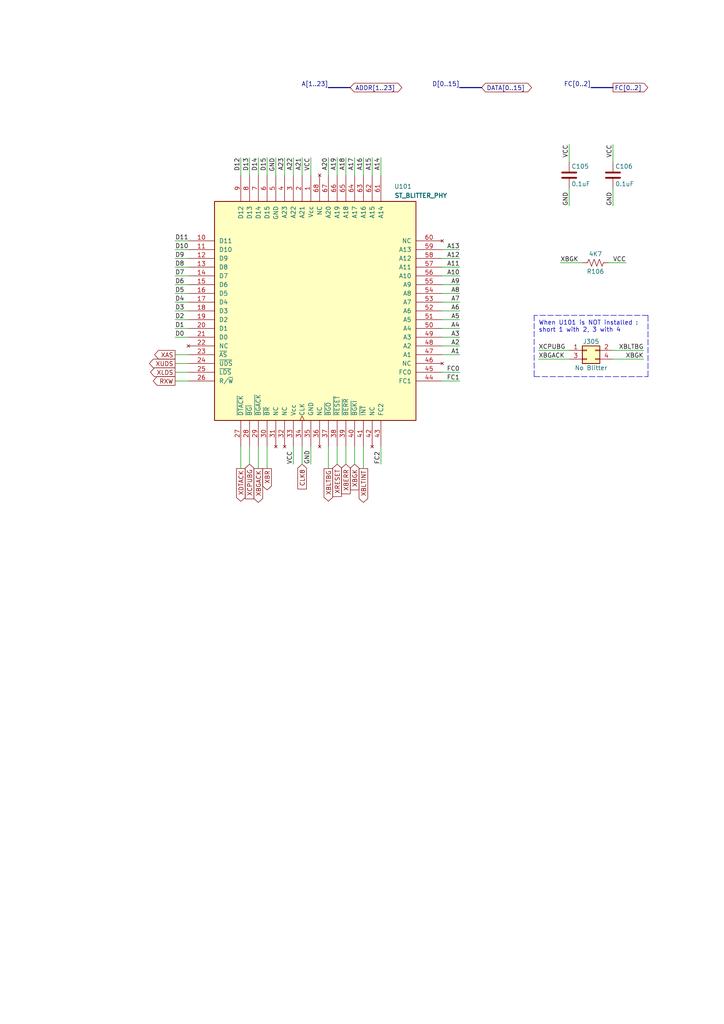
<source format=kicad_sch>
(kicad_sch (version 20211123) (generator eeschema)
  (paper "A4" portrait)
  (title_block (title "Converted schematics of Atari STE") (date "2022-07-13") (rev "mk0-0.1") (comment 2 "original repository : https://github.com/sporniket/reste-mignon") (comment 4 "A remake of the Atari STe with some fixes applied and a target size of 25×18cm (B5)"))
  (lib_symbols
    (symbol "Connector_Generic:Conn_02x02_Odd_Even" (pin_names (offset 1.016) hide)
      (property "Reference" "J" (at 1.27 2.54 0))
      (property "Value" "Conn_02x02_Odd_Even" (at 1.27 -5.08 0))
      (symbol "Conn_02x02_Odd_Even_1_1"
        (rectangle (start -1.27 -2.413) (end 0 -2.667) (stroke (width 0.1524)))
        (rectangle (start -1.27 0.127) (end 0 -0.127) (stroke (width 0.1524)))
        (rectangle (start -1.27 1.27) (end 3.81 -3.81) (stroke (width 0.254)) (fill (type background)))
        (rectangle (start 3.81 -2.413) (end 2.54 -2.667) (stroke (width 0.1524)))
        (rectangle (start 3.81 0.127) (end 2.54 -0.127) (stroke (width 0.1524)))
        (pin passive line (at -5.08 0 0) (length 3.81) (name "Pin_1") (number "1"))
        (pin passive line (at 7.62 0 180) (length 3.81) (name "Pin_2") (number "2"))
        (pin passive line (at -5.08 -2.54 0) (length 3.81) (name "Pin_3") (number "3"))
        (pin passive line (at 7.62 -2.54 180) (length 3.81) (name "Pin_4") (number "4"))
      )
    )
    (symbol "Device:C" (pin_numbers hide) (pin_names (offset 0.254))
      (property "Reference" "C" (at 0.635 2.54 0))
      (property "Value" "C" (at 0.635 -2.54 0))
      (symbol "C_0_1"
        (polyline (pts (xy -2.032 -0.762) (xy 2.032 -0.762)) (stroke (width 0.508)))
        (polyline (pts (xy -2.032 0.762) (xy 2.032 0.762)) (stroke (width 0.508)))
      )
      (symbol "C_1_1"
        (pin passive line (at 0 3.81 270) (length 2.794) (name "~") (number "1"))
        (pin passive line (at 0 -3.81 90) (length 2.794) (name "~") (number "2"))
      )
    )
    (symbol "Device:R_US" (pin_numbers hide) (pin_names (offset 0))
      (property "Reference" "R" (at 2.54 0 90))
      (property "Value" "R_US" (at -2.54 0 90))
      (symbol "R_US_0_1"
        (polyline (pts (xy 0 -2.286) (xy 0 -2.54)))
        (polyline (pts (xy 0 2.286) (xy 0 2.54)))
        (polyline (pts (xy 0 -0.762) (xy 1.016 -1.143) (xy 0 -1.524) (xy -1.016 -1.905) (xy 0 -2.286)))
        (polyline (pts (xy 0 0.762) (xy 1.016 0.381) (xy 0 0) (xy -1.016 -0.381) (xy 0 -0.762)))
        (polyline (pts (xy 0 2.286) (xy 1.016 1.905) (xy 0 1.524) (xy -1.016 1.143) (xy 0 0.762)))
      )
      (symbol "R_US_1_1"
        (pin passive line (at 0 3.81 270) (length 1.27) (name "~") (number "1"))
        (pin passive line (at 0 -3.81 90) (length 1.27) (name "~") (number "2"))
      )
    )
    (symbol "st_blitter:ST_BLITTER_PHY" (pin_names (offset 1.27))
      (property "Reference" "U" (at 22.86 36.83 0))
      (property "Value" "ST_BLITTER_PHY" (at 22.86 34.29 0))
      (symbol "ST_BLITTER_PHY_0_0"
        (rectangle (start -29.21 31.75) (end 29.21 -31.75) (stroke (width 0.254)) (fill (type background)))
        (pin power_in line (at -1.27 39.37 270) (length 7.62) (name "Vcc") (number "1"))
        (pin bidirectional line (at -36.83 20.32 0) (length 7.62) (name "D11") (number "10"))
        (pin bidirectional line (at -36.83 17.78 0) (length 7.62) (name "D10") (number "11"))
        (pin bidirectional line (at -36.83 15.24 0) (length 7.62) (name "D9") (number "12"))
        (pin bidirectional line (at -36.83 12.7 0) (length 7.62) (name "D8") (number "13"))
        (pin bidirectional line (at -36.83 10.16 0) (length 7.62) (name "D7") (number "14"))
        (pin bidirectional line (at -36.83 7.62 0) (length 7.62) (name "D6") (number "15"))
        (pin bidirectional line (at -36.83 5.08 0) (length 7.62) (name "D5") (number "16"))
        (pin bidirectional line (at -36.83 2.54 0) (length 7.62) (name "D4") (number "17"))
        (pin bidirectional line (at -36.83 0 0) (length 7.62) (name "D3") (number "18"))
        (pin bidirectional line (at -36.83 -2.54 0) (length 7.62) (name "D2") (number "19"))
        (pin bidirectional line (at -3.81 39.37 270) (length 7.62) (name "A21") (number "2"))
        (pin bidirectional line (at -36.83 -5.08 0) (length 7.62) (name "D1") (number "20"))
        (pin bidirectional line (at -36.83 -7.62 0) (length 7.62) (name "D0") (number "21"))
        (pin no_connect line (at -36.83 -10.16 0) (length 7.62) (name "NC") (number "22"))
        (pin tri_state line (at -36.83 -12.7 0) (length 7.62) (name "~{AS}") (number "23"))
        (pin tri_state line (at -36.83 -15.24 0) (length 7.62) (name "~{UDS}") (number "24"))
        (pin tri_state line (at -36.83 -17.78 0) (length 7.62) (name "~{LDS}") (number "25"))
        (pin tri_state line (at -36.83 -20.32 0) (length 7.62) (name "R/~{W}") (number "26"))
        (pin tri_state line (at -21.59 -39.37 90) (length 7.62) (name "~{DTACK}") (number "27"))
        (pin input line (at -19.05 -39.37 90) (length 7.62) (name "~{BGI}") (number "28"))
        (pin output line (at -16.51 -39.37 90) (length 7.62) (name "~{BGACK}") (number "29"))
        (pin bidirectional line (at -6.35 39.37 270) (length 7.62) (name "A22") (number "3"))
        (pin tri_state line (at -13.97 -39.37 90) (length 7.62) (name "~{BR}") (number "30"))
        (pin no_connect line (at -11.43 -39.37 90) (length 7.62) (name "NC") (number "31"))
        (pin no_connect line (at -8.89 -39.37 90) (length 7.62) (name "NC") (number "32"))
        (pin power_in line (at -6.35 -39.37 90) (length 7.62) (name "Vcc") (number "33"))
        (pin input clock (at -3.81 -39.37 90) (length 7.62) (name "CLK") (number "34"))
        (pin power_in line (at -1.27 -39.37 90) (length 7.62) (name "GND") (number "35"))
        (pin no_connect line (at 1.27 -39.37 90) (length 7.62) (name "NC") (number "36"))
        (pin output line (at 3.81 -39.37 90) (length 7.62) (name "~{BGO}") (number "37"))
        (pin input line (at 6.35 -39.37 90) (length 7.62) (name "~{RESET}") (number "38"))
        (pin bidirectional line (at 8.89 -39.37 90) (length 7.62) (name "~{BERR}") (number "39"))
        (pin bidirectional line (at -8.89 39.37 270) (length 7.62) (name "A23") (number "4"))
        (pin input line (at 11.43 -39.37 90) (length 7.62) (name "~{BGKI}") (number "40"))
        (pin output line (at 13.97 -39.37 90) (length 7.62) (name "~{INT}") (number "41"))
        (pin no_connect line (at 16.51 -39.37 90) (length 7.62) (name "NC") (number "42"))
        (pin tri_state line (at 19.05 -39.37 90) (length 7.62) (name "FC2") (number "43"))
        (pin tri_state line (at 36.83 -20.32 180) (length 7.62) (name "FC1") (number "44"))
        (pin tri_state line (at 36.83 -17.78 180) (length 7.62) (name "FC0") (number "45"))
        (pin no_connect line (at 36.83 -15.24 180) (length 7.62) (name "NC") (number "46"))
        (pin bidirectional line (at 36.83 -12.7 180) (length 7.62) (name "A1") (number "47"))
        (pin bidirectional line (at 36.83 -10.16 180) (length 7.62) (name "A2") (number "48"))
        (pin bidirectional line (at 36.83 -7.62 180) (length 7.62) (name "A3") (number "49"))
        (pin power_in line (at -11.43 39.37 270) (length 7.62) (name "GND") (number "5"))
        (pin bidirectional line (at 36.83 -5.08 180) (length 7.62) (name "A4") (number "50"))
        (pin bidirectional line (at 36.83 -2.54 180) (length 7.62) (name "A5") (number "51"))
        (pin bidirectional line (at 36.83 0 180) (length 7.62) (name "A6") (number "52"))
        (pin bidirectional line (at 36.83 2.54 180) (length 7.62) (name "A7") (number "53"))
        (pin bidirectional line (at 36.83 5.08 180) (length 7.62) (name "A8") (number "54"))
        (pin bidirectional line (at 36.83 7.62 180) (length 7.62) (name "A9") (number "55"))
        (pin bidirectional line (at 36.83 10.16 180) (length 7.62) (name "A10") (number "56"))
        (pin bidirectional line (at 36.83 12.7 180) (length 7.62) (name "A11") (number "57"))
        (pin bidirectional line (at 36.83 15.24 180) (length 7.62) (name "A12") (number "58"))
        (pin bidirectional line (at 36.83 17.78 180) (length 7.62) (name "A13") (number "59"))
        (pin bidirectional line (at -13.97 39.37 270) (length 7.62) (name "D15") (number "6"))
        (pin no_connect line (at 36.83 20.32 180) (length 7.62) (name "NC") (number "60"))
        (pin bidirectional line (at 19.05 39.37 270) (length 7.62) (name "A14") (number "61"))
        (pin bidirectional line (at 16.51 39.37 270) (length 7.62) (name "A15") (number "62"))
        (pin bidirectional line (at 13.97 39.37 270) (length 7.62) (name "A16") (number "63"))
        (pin bidirectional line (at 11.43 39.37 270) (length 7.62) (name "A17") (number "64"))
        (pin bidirectional line (at 8.89 39.37 270) (length 7.62) (name "A18") (number "65"))
        (pin bidirectional line (at 6.35 39.37 270) (length 7.62) (name "A19") (number "66"))
        (pin bidirectional line (at 3.81 39.37 270) (length 7.62) (name "A20") (number "67"))
        (pin no_connect line (at 1.27 39.37 270) (length 7.62) (name "NC") (number "68"))
        (pin bidirectional line (at -16.51 39.37 270) (length 7.62) (name "D14") (number "7"))
        (pin bidirectional line (at -19.05 39.37 270) (length 7.62) (name "D13") (number "8"))
        (pin bidirectional line (at -21.59 39.37 270) (length 7.62) (name "D12") (number "9"))
      )
    )
  )
  (wire (pts (xy 102.87 45.72) (xy 102.87 50.8)))
  (wire (pts (xy 50.8 85.09) (xy 54.61 85.09)))
  (wire (pts (xy 176.53 76.2) (xy 181.61 76.2)))
  (wire (pts (xy 128.27 100.33) (xy 133.35 100.33)))
  (wire (pts (xy 50.8 69.85) (xy 54.61 69.85)))
  (wire (pts (xy 128.27 97.79) (xy 133.35 97.79)))
  (wire (pts (xy 87.63 45.72) (xy 87.63 50.8)))
  (wire (pts (xy 90.17 134.62) (xy 90.17 129.54)))
  (wire (pts (xy 50.8 110.49) (xy 54.61 110.49)))
  (wire (pts (xy 50.8 74.93) (xy 54.61 74.93)))
  (wire (pts (xy 50.8 72.39) (xy 54.61 72.39)))
  (bus (pts (xy 133.35 25.4) (xy 139.7 25.4)))
  (wire (pts (xy 50.8 105.41) (xy 54.61 105.41)))
  (wire (pts (xy 128.27 72.39) (xy 133.35 72.39)))
  (wire (pts (xy 77.47 129.54) (xy 77.47 135.89)))
  (wire (pts (xy 105.41 45.72) (xy 105.41 50.8)))
  (bus (pts (xy 171.45 25.4) (xy 177.8 25.4)))
  (wire (pts (xy 80.01 45.72) (xy 80.01 50.8)))
  (wire (pts (xy 128.27 85.09) (xy 133.35 85.09)))
  (wire (pts (xy 50.8 107.95) (xy 54.61 107.95)))
  (wire (pts (xy 102.87 134.62) (xy 102.87 129.54)))
  (polyline (pts (xy 154.94 109.22) (xy 187.96 109.22)))
  (wire (pts (xy 97.79 134.62) (xy 97.79 129.54)))
  (wire (pts (xy 100.33 45.72) (xy 100.33 50.8)))
  (polyline (pts (xy 187.96 109.22) (xy 187.96 91.44)))
  (wire (pts (xy 128.27 92.71) (xy 133.35 92.71)))
  (polyline (pts (xy 154.94 91.44) (xy 154.94 109.22)))
  (wire (pts (xy 82.55 45.72) (xy 82.55 50.8)))
  (wire (pts (xy 74.93 45.72) (xy 74.93 50.8)))
  (wire (pts (xy 177.8 101.6) (xy 186.69 101.6)))
  (wire (pts (xy 85.09 45.72) (xy 85.09 50.8)))
  (wire (pts (xy 69.85 129.54) (xy 69.85 135.89)))
  (wire (pts (xy 87.63 134.62) (xy 87.63 129.54)))
  (wire (pts (xy 50.8 97.79) (xy 54.61 97.79)))
  (wire (pts (xy 156.21 101.6) (xy 165.1 101.6)))
  (wire (pts (xy 177.8 54.61) (xy 177.8 59.69)))
  (wire (pts (xy 95.25 45.72) (xy 95.25 50.8)))
  (wire (pts (xy 50.8 82.55) (xy 54.61 82.55)))
  (wire (pts (xy 50.8 80.01) (xy 54.61 80.01)))
  (wire (pts (xy 50.8 87.63) (xy 54.61 87.63)))
  (wire (pts (xy 128.27 87.63) (xy 133.35 87.63)))
  (wire (pts (xy 69.85 45.72) (xy 69.85 50.8)))
  (polyline (pts (xy 187.96 91.44) (xy 154.94 91.44)))
  (wire (pts (xy 177.8 46.99) (xy 177.8 41.91)))
  (wire (pts (xy 165.1 46.99) (xy 165.1 41.91)))
  (wire (pts (xy 72.39 45.72) (xy 72.39 50.8)))
  (wire (pts (xy 100.33 129.54) (xy 100.33 134.62)))
  (bus (pts (xy 95.25 25.4) (xy 101.6 25.4)))
  (wire (pts (xy 50.8 77.47) (xy 54.61 77.47)))
  (wire (pts (xy 77.47 45.72) (xy 77.47 50.8)))
  (wire (pts (xy 90.17 45.72) (xy 90.17 50.8)))
  (wire (pts (xy 110.49 45.72) (xy 110.49 50.8)))
  (wire (pts (xy 50.8 92.71) (xy 54.61 92.71)))
  (wire (pts (xy 107.95 45.72) (xy 107.95 50.8)))
  (wire (pts (xy 128.27 102.87) (xy 133.35 102.87)))
  (wire (pts (xy 95.25 129.54) (xy 95.25 135.89)))
  (wire (pts (xy 128.27 80.01) (xy 133.35 80.01)))
  (wire (pts (xy 110.49 134.62) (xy 110.49 129.54)))
  (wire (pts (xy 72.39 129.54) (xy 72.39 134.62)))
  (wire (pts (xy 128.27 110.49) (xy 133.35 110.49)))
  (wire (pts (xy 162.56 76.2) (xy 168.91 76.2)))
  (wire (pts (xy 97.79 45.72) (xy 97.79 50.8)))
  (wire (pts (xy 128.27 77.47) (xy 133.35 77.47)))
  (wire (pts (xy 85.09 134.62) (xy 85.09 129.54)))
  (wire (pts (xy 128.27 95.25) (xy 133.35 95.25)))
  (wire (pts (xy 177.8 104.14) (xy 186.69 104.14)))
  (wire (pts (xy 105.41 129.54) (xy 105.41 135.89)))
  (wire (pts (xy 50.8 95.25) (xy 54.61 95.25)))
  (wire (pts (xy 128.27 90.17) (xy 133.35 90.17)))
  (wire (pts (xy 128.27 82.55) (xy 133.35 82.55)))
  (wire (pts (xy 165.1 59.69) (xy 165.1 54.61)))
  (wire (pts (xy 50.8 102.87) (xy 54.61 102.87)))
  (wire (pts (xy 128.27 74.93) (xy 133.35 74.93)))
  (wire (pts (xy 128.27 107.95) (xy 133.35 107.95)))
  (wire (pts (xy 74.93 129.54) (xy 74.93 135.89)))
  (wire (pts (xy 156.21 104.14) (xy 165.1 104.14)))
  (wire (pts (xy 50.8 90.17) (xy 54.61 90.17)))
  (text "When U101 is NOT installed :\nshort 1 with 2, 3 with 4" (at 156.21 96.52 0) (effects (font (size 1.27 1.27)) (justify left bottom)))
  (label "D3" (at 50.8 90.17 0))
  (label "A19" (at 97.79 45.72 270))
  (label "D0" (at 50.8 97.79 0))
  (label "VCC" (at 165.1 41.91 270))
  (label "A4" (at 133.35 95.25 180))
  (label "A11" (at 133.35 77.47 180))
  (label "FC[0..2]" (at 171.45 25.4 180))
  (label "A5" (at 133.35 92.71 180))
  (label "FC0" (at 133.35 107.95 180))
  (label "A2" (at 133.35 100.33 180))
  (label "XBGK" (at 162.56 76.2 0))
  (label "D7" (at 50.8 80.01 0))
  (label "A22" (at 85.09 45.72 270))
  (label "D14" (at 74.93 45.72 270))
  (label "D11" (at 50.8 69.85 0))
  (label "A16" (at 105.41 45.72 270))
  (label "XBGACK" (at 156.21 104.14 0))
  (label "A3" (at 133.35 97.79 180))
  (label "A9" (at 133.35 82.55 180))
  (label "VCC" (at 90.17 45.72 270))
  (label "A13" (at 133.35 72.39 180))
  (label "A23" (at 82.55 45.72 270))
  (label "GND" (at 80.01 45.72 270))
  (label "GND" (at 177.8 59.69 90))
  (label "GND" (at 90.17 134.62 90))
  (label "D5" (at 50.8 85.09 0))
  (label "A12" (at 133.35 74.93 180))
  (label "D9" (at 50.8 74.93 0))
  (label "D13" (at 72.39 45.72 270))
  (label "A6" (at 133.35 90.17 180))
  (label "D12" (at 69.85 45.72 270))
  (label "D6" (at 50.8 82.55 0))
  (label "VCC" (at 177.8 41.91 270))
  (label "D[0..15]" (at 133.35 25.4 180))
  (label "A14" (at 110.49 45.72 270))
  (label "D4" (at 50.8 87.63 0))
  (label "A18" (at 100.33 45.72 270))
  (label "D15" (at 77.47 45.72 270))
  (label "A1" (at 133.35 102.87 180))
  (label "D8" (at 50.8 77.47 0))
  (label "XBGK" (at 186.69 104.14 180))
  (label "D10" (at 50.8 72.39 0))
  (label "A[1..23]" (at 95.25 25.4 180))
  (label "A17" (at 102.87 45.72 270))
  (label "FC2" (at 110.49 134.62 90))
  (label "A10" (at 133.35 80.01 180))
  (label "VCC" (at 85.09 134.62 90))
  (label "A7" (at 133.35 87.63 180))
  (label "A15" (at 107.95 45.72 270))
  (label "XCPUBG" (at 156.21 101.6 0))
  (label "XBLTBG" (at 186.69 101.6 180))
  (label "D2" (at 50.8 92.71 0))
  (label "A8" (at 133.35 85.09 180))
  (label "A20" (at 95.25 45.72 270))
  (label "GND" (at 165.1 59.69 90))
  (label "VCC" (at 181.61 76.2 180))
  (label "A21" (at 87.63 45.72 270))
  (label "D1" (at 50.8 95.25 0))
  (label "FC1" (at 133.35 110.49 180))
  (global_label "XCPUBG" (shape input) (at 72.39 134.62 270) (property "Intersheet References" "${INTERSHEET_REFS}" (effects hide)))
  (global_label "FC[0..2]" (shape output) (at 177.8 25.4 0) (property "Intersheet References" "${INTERSHEET_REFS}" (effects hide)))
  (global_label "XUDS" (shape output) (at 50.8 105.41 180) (property "Intersheet References" "${INTERSHEET_REFS}" (effects hide)))
  (global_label "XBGK" (shape input) (at 102.87 134.62 270) (property "Intersheet References" "${INTERSHEET_REFS}" (effects hide)))
  (global_label "XBLTINT" (shape output) (at 105.41 135.89 270) (property "Intersheet References" "${INTERSHEET_REFS}" (effects hide)))
  (global_label "XRESET" (shape input) (at 97.79 134.62 270) (property "Intersheet References" "${INTERSHEET_REFS}" (effects hide)))
  (global_label "RXW" (shape output) (at 50.8 110.49 180) (property "Intersheet References" "${INTERSHEET_REFS}" (effects hide)))
  (global_label "DATA[0..15]" (shape bidirectional) (at 139.7 25.4 0) (property "Intersheet References" "${INTERSHEET_REFS}" (effects hide)))
  (global_label "ADDR[1..23]" (shape bidirectional) (at 101.6 25.4 0) (property "Intersheet References" "${INTERSHEET_REFS}" (effects hide)))
  (global_label "CLK8" (shape input) (at 87.63 134.62 270) (property "Intersheet References" "${INTERSHEET_REFS}" (effects hide)))
  (global_label "XBR" (shape output) (at 77.47 135.89 270) (property "Intersheet References" "${INTERSHEET_REFS}" (effects hide)))
  (global_label "XBERR" (shape input) (at 100.33 134.62 270) (property "Intersheet References" "${INTERSHEET_REFS}" (effects hide)))
  (global_label "XDTACK" (shape output) (at 69.85 135.89 270) (property "Intersheet References" "${INTERSHEET_REFS}" (effects hide)))
  (global_label "XAS" (shape output) (at 50.8 102.87 180) (property "Intersheet References" "${INTERSHEET_REFS}" (effects hide)))
  (global_label "XBGACK" (shape output) (at 74.93 135.89 270) (property "Intersheet References" "${INTERSHEET_REFS}" (effects hide)))
  (global_label "XBLTBG" (shape output) (at 95.25 135.89 270) (property "Intersheet References" "${INTERSHEET_REFS}" (effects hide)))
  (global_label "XLDS" (shape output) (at 50.8 107.95 180) (property "Intersheet References" "${INTERSHEET_REFS}" (effects hide)))
  (symbol (lib_id "st_blitter:ST_BLITTER_PHY") (at 91.44 90.17 0) (unit 1)
    (property "Reference" "U101" (at 114.3 53.34 0) (effects (justify left top)))
    (property "Value" "ST_BLITTER_PHY" (at 114.3 55.88 0) (effects (font bold) (justify left top)))
    (property "Footprint" "Package_LCC:PLCC-68_THT-Socket" (effects hide))
  )
  (symbol (lib_id "Device:R_US") (at 172.72 76.2 270)
    (property "Reference" "R106" (at 172.72 78.74 90))
    (property "Value" "4K7" (at 172.72 73.66 90))
    (property "Footprint" "Resistor_SMD:R_1206_3216Metric_Pad1.30x1.75mm_HandSolder" (effects hide))
  )
  (symbol (lib_id "Device:C") (at 177.8 50.8 0)
    (property "Reference" "C106" (at 178.435 48.26 0) (effects (justify left)))
    (property "Value" "0.1uF" (at 178.435 53.34 0) (effects (justify left)))
    (property "Footprint" "Capacitor_SMD:C_1206_3216Metric_Pad1.33x1.80mm_HandSolder" (effects hide))
  )
  (symbol (lib_id "Device:C") (at 165.1 50.8 0)
    (property "Reference" "C105" (at 165.735 48.26 0) (effects (justify left)))
    (property "Value" "0.1uF" (at 165.735 53.34 0) (effects (justify left)))
    (property "Footprint" "Capacitor_SMD:C_1206_3216Metric_Pad1.33x1.80mm_HandSolder" (effects hide))
  )
  (symbol (lib_id "Connector_Generic:Conn_02x02_Odd_Even") (at 170.18 101.6 0) (unit 1)
    (property "Reference" "J305" (at 171.45 99.06 0))
    (property "Value" "No Blitter" (at 171.45 106.68 0))
    (property "Footprint" "Connector_PinHeader_2.54mm:PinHeader_2x02_P2.54mm_Vertical" (effects hide))
  )
)
</source>
